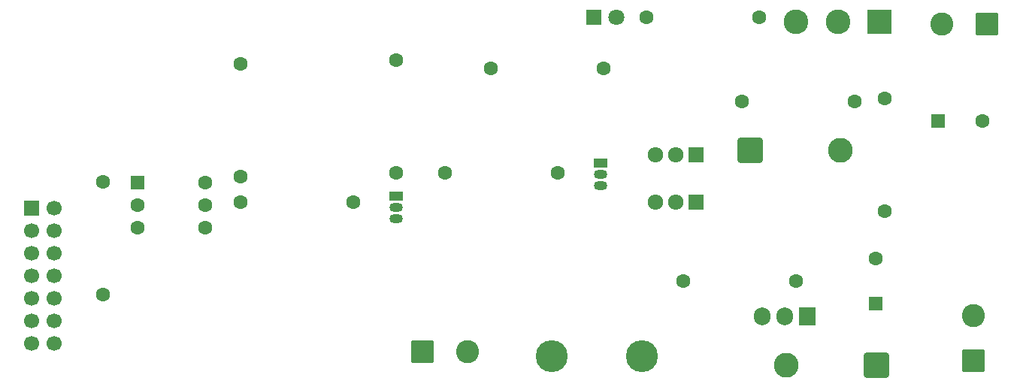
<source format=gbr>
%TF.GenerationSoftware,KiCad,Pcbnew,9.0.2*%
%TF.CreationDate,2025-06-10T15:27:33-03:00*%
%TF.ProjectId,proj3_potencia,70726f6a-335f-4706-9f74-656e6369612e,rev?*%
%TF.SameCoordinates,Original*%
%TF.FileFunction,Copper,L1,Top*%
%TF.FilePolarity,Positive*%
%FSLAX46Y46*%
G04 Gerber Fmt 4.6, Leading zero omitted, Abs format (unit mm)*
G04 Created by KiCad (PCBNEW 9.0.2) date 2025-06-10 15:27:33*
%MOMM*%
%LPD*%
G01*
G04 APERTURE LIST*
G04 Aperture macros list*
%AMRoundRect*
0 Rectangle with rounded corners*
0 $1 Rounding radius*
0 $2 $3 $4 $5 $6 $7 $8 $9 X,Y pos of 4 corners*
0 Add a 4 corners polygon primitive as box body*
4,1,4,$2,$3,$4,$5,$6,$7,$8,$9,$2,$3,0*
0 Add four circle primitives for the rounded corners*
1,1,$1+$1,$2,$3*
1,1,$1+$1,$4,$5*
1,1,$1+$1,$6,$7*
1,1,$1+$1,$8,$9*
0 Add four rect primitives between the rounded corners*
20,1,$1+$1,$2,$3,$4,$5,0*
20,1,$1+$1,$4,$5,$6,$7,0*
20,1,$1+$1,$6,$7,$8,$9,0*
20,1,$1+$1,$8,$9,$2,$3,0*%
G04 Aperture macros list end*
%TA.AperFunction,ComponentPad*%
%ADD10C,1.600000*%
%TD*%
%TA.AperFunction,ComponentPad*%
%ADD11R,1.905000X2.000000*%
%TD*%
%TA.AperFunction,ComponentPad*%
%ADD12O,1.905000X2.000000*%
%TD*%
%TA.AperFunction,ComponentPad*%
%ADD13RoundRect,0.250000X0.550000X-0.550000X0.550000X0.550000X-0.550000X0.550000X-0.550000X-0.550000X0*%
%TD*%
%TA.AperFunction,ComponentPad*%
%ADD14R,1.700000X1.700000*%
%TD*%
%TA.AperFunction,ComponentPad*%
%ADD15C,1.700000*%
%TD*%
%TA.AperFunction,ComponentPad*%
%ADD16R,1.710000X1.800000*%
%TD*%
%TA.AperFunction,ComponentPad*%
%ADD17O,1.710000X1.800000*%
%TD*%
%TA.AperFunction,ComponentPad*%
%ADD18RoundRect,0.250000X1.050000X-1.050000X1.050000X1.050000X-1.050000X1.050000X-1.050000X-1.050000X0*%
%TD*%
%TA.AperFunction,ComponentPad*%
%ADD19C,2.600000*%
%TD*%
%TA.AperFunction,ComponentPad*%
%ADD20R,1.800000X1.800000*%
%TD*%
%TA.AperFunction,ComponentPad*%
%ADD21C,1.800000*%
%TD*%
%TA.AperFunction,ComponentPad*%
%ADD22RoundRect,0.250001X1.149999X1.149999X-1.149999X1.149999X-1.149999X-1.149999X1.149999X-1.149999X0*%
%TD*%
%TA.AperFunction,ComponentPad*%
%ADD23C,2.800000*%
%TD*%
%TA.AperFunction,ComponentPad*%
%ADD24R,1.500000X1.050000*%
%TD*%
%TA.AperFunction,ComponentPad*%
%ADD25O,1.500000X1.050000*%
%TD*%
%TA.AperFunction,ComponentPad*%
%ADD26RoundRect,0.250000X-0.550000X-0.550000X0.550000X-0.550000X0.550000X0.550000X-0.550000X0.550000X0*%
%TD*%
%TA.AperFunction,ComponentPad*%
%ADD27RoundRect,0.250001X-1.149999X-1.149999X1.149999X-1.149999X1.149999X1.149999X-1.149999X1.149999X0*%
%TD*%
%TA.AperFunction,ComponentPad*%
%ADD28R,2.775000X2.775000*%
%TD*%
%TA.AperFunction,ComponentPad*%
%ADD29C,2.775000*%
%TD*%
%TA.AperFunction,ComponentPad*%
%ADD30C,3.600000*%
%TD*%
%TA.AperFunction,ComponentPad*%
%ADD31RoundRect,0.250000X1.050000X1.050000X-1.050000X1.050000X-1.050000X-1.050000X1.050000X-1.050000X0*%
%TD*%
%TA.AperFunction,ComponentPad*%
%ADD32RoundRect,0.250000X-1.050000X-1.050000X1.050000X-1.050000X1.050000X1.050000X-1.050000X1.050000X0*%
%TD*%
G04 APERTURE END LIST*
D10*
%TO.P,R5,1*%
%TO.N,Net-(R1-Pad1)*%
X115500000Y-79700000D03*
%TO.P,R5,2*%
%TO.N,12V_Out*%
X115500000Y-67000000D03*
%TD*%
D11*
%TO.P,Q6,1,G*%
%TO.N,PWM*%
X179330000Y-95500000D03*
D12*
%TO.P,Q6,2,D*%
%TO.N,Net-(D3-A)*%
X176790000Y-95500000D03*
%TO.P,Q6,3,S*%
%TO.N,GND2*%
X174250000Y-95500000D03*
%TD*%
D13*
%TO.P,C2,1*%
%TO.N,Net-(D3-K)*%
X187000000Y-94000000D03*
D10*
%TO.P,C2,2*%
%TO.N,GND2*%
X187000000Y-89000000D03*
%TD*%
%TO.P,R1,1*%
%TO.N,Net-(R1-Pad1)*%
X115500000Y-82650000D03*
%TO.P,R1,2*%
%TO.N,Net-(Q1-B)*%
X128200000Y-82650000D03*
%TD*%
D14*
%TO.P,J5,1,Pin_1*%
%TO.N,GND1*%
X91960000Y-83260000D03*
D15*
%TO.P,J5,2,Pin_2*%
%TO.N,unconnected-(J5-Pin_2-Pad2)*%
X94500000Y-83260000D03*
%TO.P,J5,3,Pin_3*%
%TO.N,unconnected-(J5-Pin_3-Pad3)*%
X91960000Y-85800000D03*
%TO.P,J5,4,Pin_4*%
%TO.N,unconnected-(J5-Pin_4-Pad4)*%
X94500000Y-85800000D03*
%TO.P,J5,5,Pin_5*%
%TO.N,unconnected-(J5-Pin_5-Pad5)*%
X91960000Y-88340000D03*
%TO.P,J5,6,Pin_6*%
%TO.N,unconnected-(J5-Pin_6-Pad6)*%
X94500000Y-88340000D03*
%TO.P,J5,7,Pin_7*%
%TO.N,unconnected-(J5-Pin_7-Pad7)*%
X91960000Y-90880000D03*
%TO.P,J5,8,Pin_8*%
%TO.N,unconnected-(J5-Pin_8-Pad8)*%
X94500000Y-90880000D03*
%TO.P,J5,9,Pin_9*%
%TO.N,unconnected-(J5-Pin_9-Pad9)*%
X91960000Y-93420000D03*
%TO.P,J5,10,Pin_10*%
%TO.N,input_PWM*%
X94500000Y-93420000D03*
%TO.P,J5,11,Pin_11*%
%TO.N,unconnected-(J5-Pin_11-Pad11)*%
X91960000Y-95960000D03*
%TO.P,J5,12,Pin_12*%
%TO.N,unconnected-(J5-Pin_12-Pad12)*%
X94500000Y-95960000D03*
%TO.P,J5,13,Pin_13*%
%TO.N,GND1*%
X91960000Y-98500000D03*
%TO.P,J5,14,Pin_14*%
%TO.N,unconnected-(J5-Pin_14-Pad14)*%
X94500000Y-98500000D03*
%TD*%
D16*
%TO.P,Q3,1,E*%
%TO.N,Net-(D1-K)*%
X166750000Y-77250000D03*
D17*
%TO.P,Q3,2,C*%
%TO.N,12V_Out*%
X164470000Y-77250000D03*
%TO.P,Q3,3,B*%
%TO.N,Net-(Q2-C)*%
X162190000Y-77250000D03*
%TD*%
D18*
%TO.P,J3,1,Pin_1*%
%TO.N,Net-(D3-K)*%
X198000000Y-100500000D03*
D19*
%TO.P,J3,2,Pin_2*%
%TO.N,GND2*%
X198000000Y-95420000D03*
%TD*%
D20*
%TO.P,D2,1,K*%
%TO.N,GND2*%
X155230000Y-61750000D03*
D21*
%TO.P,D2,2,A*%
%TO.N,Net-(D2-A)*%
X157770000Y-61750000D03*
%TD*%
D10*
%TO.P,R3,1*%
%TO.N,Net-(Q1-C)*%
X138500000Y-79350000D03*
%TO.P,R3,2*%
%TO.N,Net-(Q2-B)*%
X151200000Y-79350000D03*
%TD*%
%TO.P,R8,1*%
%TO.N,PWM*%
X178000000Y-91500000D03*
%TO.P,R8,2*%
%TO.N,GND2*%
X165300000Y-91500000D03*
%TD*%
D22*
%TO.P,D3,1,K*%
%TO.N,Net-(D3-K)*%
X187080000Y-101000000D03*
D23*
%TO.P,D3,2,A*%
%TO.N,Net-(D3-A)*%
X176920000Y-101000000D03*
%TD*%
D10*
%TO.P,R11,1*%
%TO.N,PWM*%
X188000000Y-70900000D03*
%TO.P,R11,2*%
%TO.N,Net-(D1-A)*%
X188000000Y-83600000D03*
%TD*%
D24*
%TO.P,Q1,1,C*%
%TO.N,Net-(Q1-C)*%
X133000000Y-81960000D03*
D25*
%TO.P,Q1,2,B*%
%TO.N,Net-(Q1-B)*%
X133000000Y-83230000D03*
%TO.P,Q1,3,E*%
%TO.N,GND2*%
X133000000Y-84500000D03*
%TD*%
D10*
%TO.P,R6,1*%
%TO.N,input_PWM*%
X100000000Y-93000000D03*
%TO.P,R6,2*%
%TO.N,Net-(R6-Pad2)*%
X100000000Y-80300000D03*
%TD*%
D16*
%TO.P,Q4,1,E*%
%TO.N,Net-(D1-K)*%
X166780000Y-82625000D03*
D17*
%TO.P,Q4,2,C*%
%TO.N,GND2*%
X164500000Y-82625000D03*
%TO.P,Q4,3,B*%
%TO.N,Net-(Q2-C)*%
X162220000Y-82625000D03*
%TD*%
D26*
%TO.P,U3,1*%
%TO.N,Net-(R6-Pad2)*%
X103880000Y-80420000D03*
D10*
%TO.P,U3,2*%
%TO.N,GND1*%
X103880000Y-82960000D03*
%TO.P,U3,3,NC*%
%TO.N,unconnected-(U3-NC-Pad3)*%
X103880000Y-85500000D03*
%TO.P,U3,4*%
%TO.N,GND2*%
X111500000Y-85500000D03*
%TO.P,U3,5*%
%TO.N,Net-(R1-Pad1)*%
X111500000Y-82960000D03*
%TO.P,U3,6*%
%TO.N,unconnected-(U3-Pad6)*%
X111500000Y-80420000D03*
%TD*%
%TO.P,R10,1*%
%TO.N,PWM*%
X184600000Y-71250000D03*
%TO.P,R10,2*%
%TO.N,Net-(D1-K)*%
X171900000Y-71250000D03*
%TD*%
D27*
%TO.P,D1,1,K*%
%TO.N,Net-(D1-K)*%
X172840000Y-76750000D03*
D23*
%TO.P,D1,2,A*%
%TO.N,Net-(D1-A)*%
X183000000Y-76750000D03*
%TD*%
D10*
%TO.P,R2,1*%
%TO.N,12V_Out*%
X133000000Y-66650000D03*
%TO.P,R2,2*%
%TO.N,Net-(Q1-C)*%
X133000000Y-79350000D03*
%TD*%
D28*
%TO.P,S1,1*%
%TO.N,12V_In*%
X187450000Y-62250000D03*
D29*
%TO.P,S1,2*%
%TO.N,unconnected-(S1-Pad2)*%
X182750000Y-62250000D03*
%TO.P,S1,3*%
%TO.N,12V_Out*%
X178050000Y-62250000D03*
%TD*%
D30*
%TO.P,L2,1,1*%
%TO.N,Net-(J1-Pin_2)*%
X150500000Y-100000000D03*
%TO.P,L2,2,2*%
%TO.N,Net-(D3-A)*%
X160660000Y-100000000D03*
%TD*%
D26*
%TO.P,C1,1*%
%TO.N,12V_In*%
X194000000Y-73500000D03*
D10*
%TO.P,C1,2*%
%TO.N,GND2*%
X199000000Y-73500000D03*
%TD*%
D24*
%TO.P,Q2,1,C*%
%TO.N,Net-(Q2-C)*%
X156000000Y-78230000D03*
D25*
%TO.P,Q2,2,B*%
%TO.N,Net-(Q2-B)*%
X156000000Y-79500000D03*
%TO.P,Q2,3,E*%
%TO.N,GND2*%
X156000000Y-80770000D03*
%TD*%
D10*
%TO.P,R7,1*%
%TO.N,Net-(D2-A)*%
X161150000Y-61750000D03*
%TO.P,R7,2*%
%TO.N,12V_Out*%
X173850000Y-61750000D03*
%TD*%
%TO.P,R4,1*%
%TO.N,12V_Out*%
X143650000Y-67500000D03*
%TO.P,R4,2*%
%TO.N,Net-(Q2-C)*%
X156350000Y-67500000D03*
%TD*%
D31*
%TO.P,J2,1,Pin_1*%
%TO.N,GND2*%
X199545000Y-62577500D03*
D19*
%TO.P,J2,2,Pin_2*%
%TO.N,12V_In*%
X194465000Y-62577500D03*
%TD*%
D32*
%TO.P,J1,1,Pin_1*%
%TO.N,GND2*%
X135920000Y-99500000D03*
D19*
%TO.P,J1,2,Pin_2*%
%TO.N,Net-(J1-Pin_2)*%
X141000000Y-99500000D03*
%TD*%
M02*

</source>
